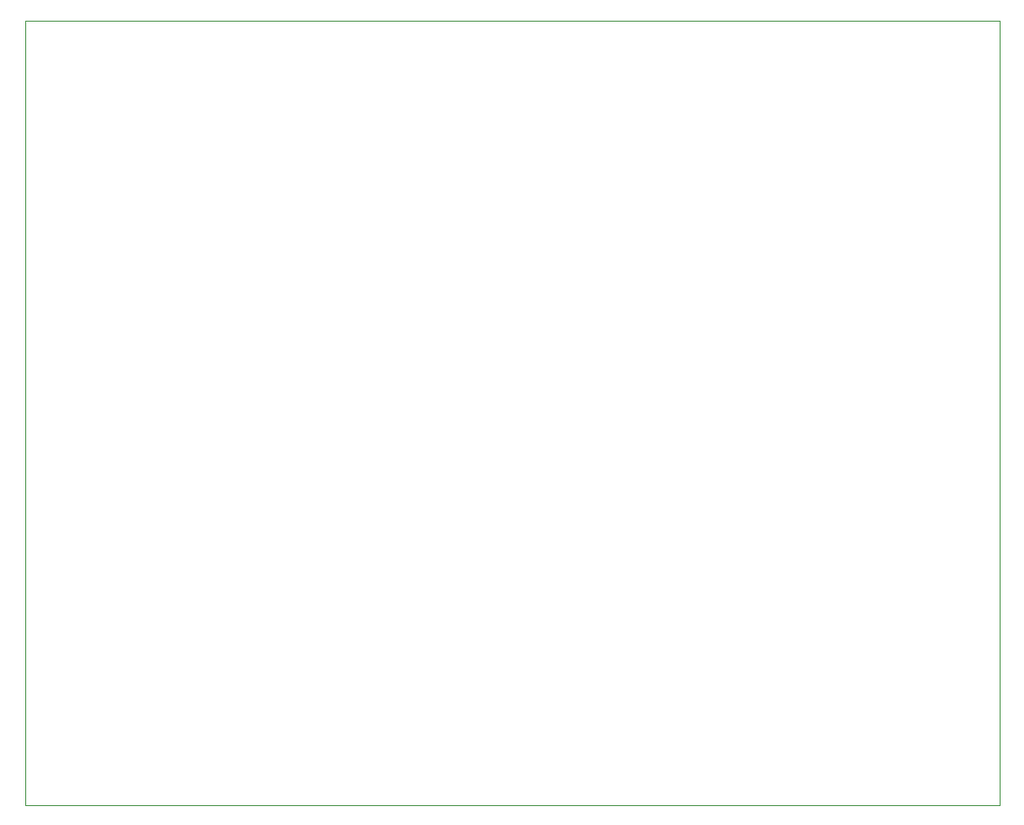
<source format=gbr>
%TF.GenerationSoftware,KiCad,Pcbnew,7.0.10-7.0.10~ubuntu22.04.1*%
%TF.CreationDate,2024-01-07T23:39:05-08:00*%
%TF.ProjectId,smdPracticeBoard,736d6450-7261-4637-9469-6365426f6172,rev?*%
%TF.SameCoordinates,Original*%
%TF.FileFunction,Profile,NP*%
%FSLAX46Y46*%
G04 Gerber Fmt 4.6, Leading zero omitted, Abs format (unit mm)*
G04 Created by KiCad (PCBNEW 7.0.10-7.0.10~ubuntu22.04.1) date 2024-01-07 23:39:05*
%MOMM*%
%LPD*%
G01*
G04 APERTURE LIST*
%TA.AperFunction,Profile*%
%ADD10C,0.100000*%
%TD*%
G04 APERTURE END LIST*
D10*
X49315000Y-43180000D02*
X140755000Y-43180000D01*
X140755000Y-116840000D01*
X49315000Y-116840000D01*
X49315000Y-43180000D01*
M02*

</source>
